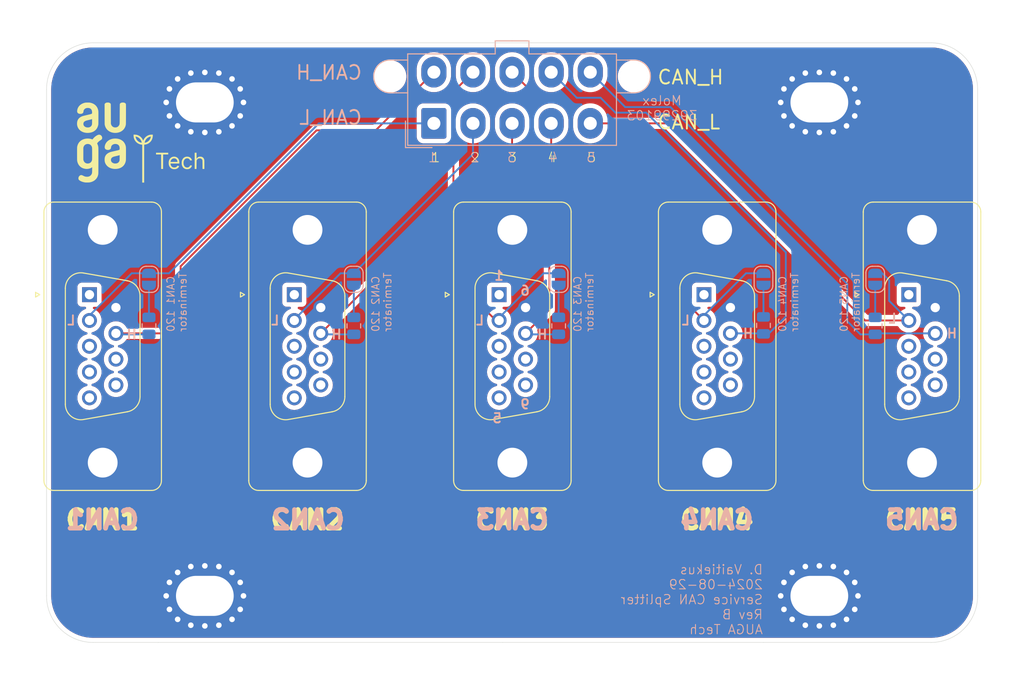
<source format=kicad_pcb>
(kicad_pcb (version 20240108) (generator "pcbnew") (generator_version "8.0")
  (title_block (title "Service CAN splitter x5") (date "2024-08-29") (rev "B") (company "D. Vaitiekus") (comment 1 "AUGA Tech"))
  (layers (0 "F.Cu" signal) (31 "B.Cu" signal) (34 "B.Paste" user) (35 "F.Paste" user) (36 "B.SilkS" user "B.Silkscreen") (37 "F.SilkS" user "F.Silkscreen") (38 "B.Mask" user) (39 "F.Mask" user) (44 "Edge.Cuts" user))
  (net 0 "")
  (net 1 "GND")
  (net 24 "/CAN1+")
  (net 25 "/CAN1-")
  (net 26 "/CAN2-")
  (net 27 "/CAN2+")
  (net 28 "/CAN3-")
  (net 29 "/CAN3+")
  (net 30 "/CAN4-")
  (net 31 "/CAN4+")
  (net 32 "/CAN5+")
  (net 33 "/CAN5-")
  (net 42 "Net-(JP1-B)")
  (net 43 "Net-(JP2-B)")
  (net 44 "Net-(JP3-B)")
  (net 45 "Net-(JP4-B)")
  (net 46 "Net-(JP5-B)")
  (footprint "Connector_Dsub:DSUB-9_Female_Vertical_P2.77x2.84mm_MountingHoles" (layer "F.Cu") (at 113.609669 61.65 90)
    (property "Reference" "J3" (hide yes))
    (property "Value" "CAN3")
    (pad "0" thru_hole circle (at -18.04 1.42 90) (size 4 4) (drill 3.2) (layers "*.Cu" "*.Mask") (net 1 "GND"))
    (pad "0" thru_hole circle (at 6.96 1.42 90) (size 4 4) (drill 3.2) (layers "*.Cu" "*.Mask") (net 1 "GND"))
    (pad "1" thru_hole rect (at 0 0 90) (size 1.6 1.6) (drill 1) (layers "*.Cu" "*.Mask"))
    (pad "2" thru_hole circle (at -2.77 0 90) (size 1.6 1.6) (drill 1) (layers "*.Cu" "*.Mask") (net 28 "/CAN3-"))
    (pad "3" thru_hole circle (at -5.54 0 90) (size 1.6 1.6) (drill 1) (layers "*.Cu" "*.Mask"))
    (pad "4" thru_hole circle (at -8.31 0 90) (size 1.6 1.6) (drill 1) (layers "*.Cu" "*.Mask"))
    (pad "5" thru_hole circle (at -11.08 0 90) (size 1.6 1.6) (drill 1) (layers "*.Cu" "*.Mask"))
    (pad "6" thru_hole circle (at -1.385 2.84 90) (size 1.6 1.6) (drill 1) (layers "*.Cu" "*.Mask") (net 1 "GND"))
    (pad "7" thru_hole circle (at -4.155 2.84 90) (size 1.6 1.6) (drill 1) (layers "*.Cu" "*.Mask") (net 29 "/CAN3+"))
    (pad "8" thru_hole circle (at -6.925 2.84 90) (size 1.6 1.6) (drill 1) (layers "*.Cu" "*.Mask"))
    (pad "9" thru_hole circle (at -9.695 2.84 90) (size 1.6 1.6) (drill 1) (layers "*.Cu" "*.Mask"))
  )
  (footprint "MountingHole:MountingHole_4.3x6.2mm_M4_Pad_Via" (layer "F.Cu") (at 148 41)
    (property "Reference" "H3" (hide yes))
    (property "Value" "M4	")
    (pad "1" thru_hole circle (at -4.15 0) (size 0.9 0.9) (drill 0.6) (layers "*.Cu" "*.Mask") (net 1 "GND"))
    (pad "1" thru_hole circle (at -3.801 -1.45) (size 0.9 0.9) (drill 0.6) (layers "*.Cu" "*.Mask") (net 1 "GND"))
    (pad "1" thru_hole circle (at -3.801 1.45) (size 0.9 0.9) (drill 0.6) (layers "*.Cu" "*.Mask") (net 1 "GND"))
    (pad "1" thru_hole circle (at -2.92 -2.521) (size 0.9 0.9) (drill 0.6) (layers "*.Cu" "*.Mask") (net 1 "GND"))
    (pad "1" thru_hole circle (at -2.92 2.521) (size 0.9 0.9) (drill 0.6) (layers "*.Cu" "*.Mask") (net 1 "GND"))
    (pad "1" thru_hole circle (at -1.505 -3.151) (size 0.9 0.9) (drill 0.6) (layers "*.Cu" "*.Mask") (net 1 "GND"))
    (pad "1" thru_hole circle (at -1.505 3.151) (size 0.9 0.9) (drill 0.6) (layers "*.Cu" "*.Mask") (net 1 "GND"))
    (pad "1" thru_hole circle (at 0 -3.225) (size 0.9 0.9) (drill 0.6) (layers "*.Cu" "*.Mask") (net 1 "GND"))
    (pad "1" thru_hole oval (at 0 0) (size 10.4 8.6) (drill oval 6.2 4.3) (layers "*.Cu" "*.Mask") (net 1 "GND"))
    (pad "1" thru_hole circle (at 0 3.225) (size 0.9 0.9) (drill 0.6) (layers "*.Cu" "*.Mask") (net 1 "GND"))
    (pad "1" thru_hole circle (at 1.505 -3.151) (size 0.9 0.9) (drill 0.6) (layers "*.Cu" "*.Mask") (net 1 "GND"))
    (pad "1" thru_hole circle (at 1.505 3.151) (size 0.9 0.9) (drill 0.6) (layers "*.Cu" "*.Mask") (net 1 "GND"))
    (pad "1" thru_hole circle (at 2.92 -2.521) (size 0.9 0.9) (drill 0.6) (layers "*.Cu" "*.Mask") (net 1 "GND"))
    (pad "1" thru_hole circle (at 2.92 2.521) (size 0.9 0.9) (drill 0.6) (layers "*.Cu" "*.Mask") (net 1 "GND"))
    (pad "1" thru_hole circle (at 3.801 -1.45) (size 0.9 0.9) (drill 0.6) (layers "*.Cu" "*.Mask") (net 1 "GND"))
    (pad "1" thru_hole circle (at 3.801 1.45) (size 0.9 0.9) (drill 0.6) (layers "*.Cu" "*.Mask") (net 1 "GND"))
    (pad "1" thru_hole circle (at 4.15 0) (size 0.9 0.9) (drill 0.6) (layers "*.Cu" "*.Mask") (net 1 "GND"))
  )
  (footprint "Connector_Dsub:DSUB-9_Female_Vertical_P2.77x2.84mm_MountingHoles" (layer "F.Cu") (at 69.609669 61.65 90)
    (property "Reference" "J1" (hide yes))
    (property "Value" "CAN1")
    (pad "0" thru_hole circle (at -18.04 1.42 90) (size 4 4) (drill 3.2) (layers "*.Cu" "*.Mask") (net 1 "GND"))
    (pad "0" thru_hole circle (at 6.96 1.42 90) (size 4 4) (drill 3.2) (layers "*.Cu" "*.Mask") (net 1 "GND"))
    (pad "1" thru_hole rect (at 0 0 90) (size 1.6 1.6) (drill 1) (layers "*.Cu" "*.Mask"))
    (pad "2" thru_hole circle (at -2.77 0 90) (size 1.6 1.6) (drill 1) (layers "*.Cu" "*.Mask") (net 25 "/CAN1-"))
    (pad "3" thru_hole circle (at -5.54 0 90) (size 1.6 1.6) (drill 1) (layers "*.Cu" "*.Mask"))
    (pad "4" thru_hole circle (at -8.31 0 90) (size 1.6 1.6) (drill 1) (layers "*.Cu" "*.Mask"))
    (pad "5" thru_hole circle (at -11.08 0 90) (size 1.6 1.6) (drill 1) (layers "*.Cu" "*.Mask"))
    (pad "6" thru_hole circle (at -1.385 2.84 90) (size 1.6 1.6) (drill 1) (layers "*.Cu" "*.Mask") (net 1 "GND"))
    (pad "7" thru_hole circle (at -4.155 2.84 90) (size 1.6 1.6) (drill 1) (layers "*.Cu" "*.Mask") (net 24 "/CAN1+"))
    (pad "8" thru_hole circle (at -6.925 2.84 90) (size 1.6 1.6) (drill 1) (layers "*.Cu" "*.Mask"))
    (pad "9" thru_hole circle (at -9.695 2.84 90) (size 1.6 1.6) (drill 1) (layers "*.Cu" "*.Mask"))
  )
  (footprint "MountingHole:MountingHole_4.3x6.2mm_M4_Pad_Via" (layer "F.Cu") (at 82 41)
    (property "Reference" "H2" (hide yes))
    (property "Value" "M4	")
    (pad "1" thru_hole circle (at -4.15 0) (size 0.9 0.9) (drill 0.6) (layers "*.Cu" "*.Mask") (net 1 "GND"))
    (pad "1" thru_hole circle (at -3.801 -1.45) (size 0.9 0.9) (drill 0.6) (layers "*.Cu" "*.Mask") (net 1 "GND"))
    (pad "1" thru_hole circle (at -3.801 1.45) (size 0.9 0.9) (drill 0.6) (layers "*.Cu" "*.Mask") (net 1 "GND"))
    (pad "1" thru_hole circle (at -2.92 -2.521) (size 0.9 0.9) (drill 0.6) (layers "*.Cu" "*.Mask") (net 1 "GND"))
    (pad "1" thru_hole circle (at -2.92 2.521) (size 0.9 0.9) (drill 0.6) (layers "*.Cu" "*.Mask") (net 1 "GND"))
    (pad "1" thru_hole circle (at -1.505 -3.151) (size 0.9 0.9) (drill 0.6) (layers "*.Cu" "*.Mask") (net 1 "GND"))
    (pad "1" thru_hole circle (at -1.505 3.151) (size 0.9 0.9) (drill 0.6) (layers "*.Cu" "*.Mask") (net 1 "GND"))
    (pad "1" thru_hole circle (at 0 -3.225) (size 0.9 0.9) (drill 0.6) (layers "*.Cu" "*.Mask") (net 1 "GND"))
    (pad "1" thru_hole oval (at 0 0) (size 10.4 8.6) (drill oval 6.2 4.3) (layers "*.Cu" "*.Mask") (net 1 "GND"))
    (pad "1" thru_hole circle (at 0 3.225) (size 0.9 0.9) (drill 0.6) (layers "*.Cu" "*.Mask") (net 1 "GND"))
    (pad "1" thru_hole circle (at 1.505 -3.151) (size 0.9 0.9) (drill 0.6) (layers "*.Cu" "*.Mask") (net 1 "GND"))
    (pad "1" thru_hole circle (at 1.505 3.151) (size 0.9 0.9) (drill 0.6) (layers "*.Cu" "*.Mask") (net 1 "GND"))
    (pad "1" thru_hole circle (at 2.92 -2.521) (size 0.9 0.9) (drill 0.6) (layers "*.Cu" "*.Mask") (net 1 "GND"))
    (pad "1" thru_hole circle (at 2.92 2.521) (size 0.9 0.9) (drill 0.6) (layers "*.Cu" "*.Mask") (net 1 "GND"))
    (pad "1" thru_hole circle (at 3.801 -1.45) (size 0.9 0.9) (drill 0.6) (layers "*.Cu" "*.Mask") (net 1 "GND"))
    (pad "1" thru_hole circle (at 3.801 1.45) (size 0.9 0.9) (drill 0.6) (layers "*.Cu" "*.Mask") (net 1 "GND"))
    (pad "1" thru_hole circle (at 4.15 0) (size 0.9 0.9) (drill 0.6) (layers "*.Cu" "*.Mask") (net 1 "GND"))
  )
  (footprint "0_user_lib:AUGA-Tech-LOGO_12x15" (layer "F.Cu") (at 75.1 45.3)
    (property "Reference" "G1" (hide yes))
    (property "Value" "AUGA-Tech-LOGO" (hide yes))
  )
  (footprint "Connector_Dsub:DSUB-9_Female_Vertical_P2.77x2.84mm_MountingHoles" (layer "F.Cu") (at 135.609669 61.65 90)
    (property "Reference" "J4" (hide yes))
    (property "Value" "CAN4")
    (pad "0" thru_hole circle (at -18.04 1.42 90) (size 4 4) (drill 3.2) (layers "*.Cu" "*.Mask") (net 1 "GND"))
    (pad "0" thru_hole circle (at 6.96 1.42 90) (size 4 4) (drill 3.2) (layers "*.Cu" "*.Mask") (net 1 "GND"))
    (pad "1" thru_hole rect (at 0 0 90) (size 1.6 1.6) (drill 1) (layers "*.Cu" "*.Mask"))
    (pad "2" thru_hole circle (at -2.77 0 90) (size 1.6 1.6) (drill 1) (layers "*.Cu" "*.Mask") (net 30 "/CAN4-"))
    (pad "3" thru_hole circle (at -5.54 0 90) (size 1.6 1.6) (drill 1) (layers "*.Cu" "*.Mask"))
    (pad "4" thru_hole circle (at -8.31 0 90) (size 1.6 1.6) (drill 1) (layers "*.Cu" "*.Mask"))
    (pad "5" thru_hole circle (at -11.08 0 90) (size 1.6 1.6) (drill 1) (layers "*.Cu" "*.Mask"))
    (pad "6" thru_hole circle (at -1.385 2.84 90) (size 1.6 1.6) (drill 1) (layers "*.Cu" "*.Mask") (net 1 "GND"))
    (pad "7" thru_hole circle (at -4.155 2.84 90) (size 1.6 1.6) (drill 1) (layers "*.Cu" "*.Mask") (net 31 "/CAN4+"))
    (pad "8" thru_hole circle (at -6.925 2.84 90) (size 1.6 1.6) (drill 1) (layers "*.Cu" "*.Mask"))
    (pad "9" thru_hole circle (at -9.695 2.84 90) (size 1.6 1.6) (drill 1) (layers "*.Cu" "*.Mask"))
  )
  (footprint "MountingHole:MountingHole_4.3x6.2mm_M4_Pad_Via" (layer "F.Cu") (at 148 94)
    (property "Reference" "H4" (hide yes))
    (property "Value" "M4	")
    (pad "1" thru_hole circle (at -4.15 0) (size 0.9 0.9) (drill 0.6) (layers "*.Cu" "*.Mask") (net 1 "GND"))
    (pad "1" thru_hole circle (at -3.801 -1.45) (size 0.9 0.9) (drill 0.6) (layers "*.Cu" "*.Mask") (net 1 "GND"))
    (pad "1" thru_hole circle (at -3.801 1.45) (size 0.9 0.9) (drill 0.6) (layers "*.Cu" "*.Mask") (net 1 "GND"))
    (pad "1" thru_hole circle (at -2.92 -2.521) (size 0.9 0.9) (drill 0.6) (layers "*.Cu" "*.Mask") (net 1 "GND"))
    (pad "1" thru_hole circle (at -2.92 2.521) (size 0.9 0.9) (drill 0.6) (layers "*.Cu" "*.Mask") (net 1 "GND"))
    (pad "1" thru_hole circle (at -1.505 -3.151) (size 0.9 0.9) (drill 0.6) (layers "*.Cu" "*.Mask") (net 1 "GND"))
    (pad "1" thru_hole circle (at -1.505 3.151) (size 0.9 0.9) (drill 0.6) (layers "*.Cu" "*.Mask") (net 1 "GND"))
    (pad "1" thru_hole circle (at 0 -3.225) (size 0.9 0.9) (drill 0.6) (layers "*.Cu" "*.Mask") (net 1 "GND"))
    (pad "1" thru_hole oval (at 0 0) (size 10.4 8.6) (drill oval 6.2 4.3) (layers "*.Cu" "*.Mask") (net 1 "GND"))
    (pad "1" thru_hole circle (at 0 3.225) (size 0.9 0.9) (drill 0.6) (layers "*.Cu" "*.Mask") (net 1 "GND"))
    (pad "1" thru_hole circle (at 1.505 -3.151) (size 0.9 0.9) (drill 0.6) (layers "*.Cu" "*.Mask") (net 1 "GND"))
    (pad "1" thru_hole circle (at 1.505 3.151) (size 0.9 0.9) (drill 0.6) (layers "*.Cu" "*.Mask") (net 1 "GND"))
    (pad "1" thru_hole circle (at 2.92 -2.521) (size 0.9 0.9) (drill 0.6) (layers "*.Cu" "*.Mask") (net 1 "GND"))
    (pad "1" thru_hole circle (at 2.92 2.521) (size 0.9 0.9) (drill 0.6) (layers "*.Cu" "*.Mask") (net 1 "GND"))
    (pad "1" thru_hole circle (at 3.801 -1.45) (size 0.9 0.9) (drill 0.6) (layers "*.Cu" "*.Mask") (net 1 "GND"))
    (pad "1" thru_hole circle (at 3.801 1.45) (size 0.9 0.9) (drill 0.6) (layers "*.Cu" "*.Mask") (net 1 "GND"))
    (pad "1" thru_hole circle (at 4.15 0) (size 0.9 0.9) (drill 0.6) (layers "*.Cu" "*.Mask") (net 1 "GND"))
  )
  (footprint "Connector_Dsub:DSUB-9_Female_Vertical_P2.77x2.84mm_MountingHoles" (layer "F.Cu") (at 157.609669 61.65 90)
    (property "Reference" "J6" (hide yes))
    (property "Value" "CAN5")
    (pad "0" thru_hole circle (at -18.04 1.42 90) (size 4 4) (drill 3.2) (layers "*.Cu" "*.Mask") (net 1 "GND"))
    (pad "0" thru_hole circle (at 6.96 1.42 90) (size 4 4) (drill 3.2) (layers "*.Cu" "*.Mask") (net 1 "GND"))
    (pad "1" thru_hole rect (at 0 0 90) (size 1.6 1.6) (drill 1) (layers "*.Cu" "*.Mask"))
    (pad "2" thru_hole circle (at -2.77 0 90) (size 1.6 1.6) (drill 1) (layers "*.Cu" "*.Mask") (net 33 "/CAN5-"))
    (pad "3" thru_hole circle (at -5.54 0 90) (size 1.6 1.6) (drill 1) (layers "*.Cu" "*.Mask"))
    (pad "4" thru_hole circle (at -8.31 0 90) (size 1.6 1.6) (drill 1) (layers "*.Cu" "*.Mask"))
    (pad "5" thru_hole circle (at -11.08 0 90) (size 1.6 1.6) (drill 1) (layers "*.Cu" "*.Mask"))
    (pad "6" thru_hole circle (at -1.385 2.84 90) (size 1.6 1.6) (drill 1) (layers "*.Cu" "*.Mask") (net 1 "GND"))
    (pad "7" thru_hole circle (at -4.155 2.84 90) (size 1.6 1.6) (drill 1) (layers "*.Cu" "*.Mask") (net 32 "/CAN5+"))
    (pad "8" thru_hole circle (at -6.925 2.84 90) (size 1.6 1.6) (drill 1) (layers "*.Cu" "*.Mask"))
    (pad "9" thru_hole circle (at -9.695 2.84 90) (size 1.6 1.6) (drill 1) (layers "*.Cu" "*.Mask"))
  )
  (footprint "MountingHole:MountingHole_4.3x6.2mm_M4_Pad_Via" (layer "F.Cu") (at 82 94)
    (property "Reference" "H1" (hide yes))
    (property "Value" "M4	")
    (pad "1" thru_hole circle (at -4.15 0) (size 0.9 0.9) (drill 0.6) (layers "*.Cu" "*.Mask") (net 1 "GND"))
    (pad "1" thru_hole circle (at -3.801 -1.45) (size 0.9 0.9) (drill 0.6) (layers "*.Cu" "*.Mask") (net 1 "GND"))
    (pad "1" thru_hole circle (at -3.801 1.45) (size 0.9 0.9) (drill 0.6) (layers "*.Cu" "*.Mask") (net 1 "GND"))
    (pad "1" thru_hole circle (at -2.92 -2.521) (size 0.9 0.9) (drill 0.6) (layers "*.Cu" "*.Mask") (net 1 "GND"))
    (pad "1" thru_hole circle (at -2.92 2.521) (size 0.9 0.9) (drill 0.6) (layers "*.Cu" "*.Mask") (net 1 "GND"))
    (pad "1" thru_hole circle (at -1.505 -3.151) (size 0.9 0.9) (drill 0.6) (layers "*.Cu" "*.Mask") (net 1 "GND"))
    (pad "1" thru_hole circle (at -1.505 3.151) (size 0.9 0.9) (drill 0.6) (layers "*.Cu" "*.Mask") (net 1 "GND"))
    (pad "1" thru_hole circle (at 0 -3.225) (size 0.9 0.9) (drill 0.6) (layers "*.Cu" "*.Mask") (net 1 "GND"))
    (pad "1" thru_hole oval (at 0 0) (size 10.4 8.6) (drill oval 6.2 4.3) (layers "*.Cu" "*.Mask") (net 1 "GND"))
    (pad "1" thru_hole circle (at 0 3.225) (size 0.9 0.9) (drill 0.6) (layers "*.Cu" "*.Mask") (net 1 "GND"))
    (pad "1" thru_hole circle (at 1.505 -3.151) (size 0.9 0.9) (drill 0.6) (layers "*.Cu" "*.Mask") (net 1 "GND"))
    (pad "1" thru_hole circle (at 1.505 3.151) (size 0.9 0.9) (drill 0.6) (layers "*.Cu" "*.Mask") (net 1 "GND"))
    (pad "1" thru_hole circle (at 2.92 -2.521) (size 0.9 0.9) (drill 0.6) (layers "*.Cu" "*.Mask") (net 1 "GND"))
    (pad "1" thru_hole circle (at 2.92 2.521) (size 0.9 0.9) (drill 0.6) (layers "*.Cu" "*.Mask") (net 1 "GND"))
    (pad "1" thru_hole circle (at 3.801 -1.45) (size 0.9 0.9) (drill 0.6) (layers "*.Cu" "*.Mask") (net 1 "GND"))
    (pad "1" thru_hole circle (at 3.801 1.45) (size 0.9 0.9) (drill 0.6) (layers "*.Cu" "*.Mask") (net 1 "GND"))
    (pad "1" thru_hole circle (at 4.15 0) (size 0.9 0.9) (drill 0.6) (layers "*.Cu" "*.Mask") (net 1 "GND"))
  )
  (footprint "Connector_Dsub:DSUB-9_Female_Vertical_P2.77x2.84mm_MountingHoles" (layer "F.Cu") (at 91.609669 61.65 90)
    (property "Reference" "J2" (hide yes))
    (property "Value" "CAN2")
    (pad "0" thru_hole circle (at -18.04 1.42 90) (size 4 4) (drill 3.2) (layers "*.Cu" "*.Mask") (net 1 "GND"))
    (pad "0" thru_hole circle (at 6.96 1.42 90) (size 4 4) (drill 3.2) (layers "*.Cu" "*.Mask") (net 1 "GND"))
    (pad "1" thru_hole rect (at 0 0 90) (size 1.6 1.6) (drill 1) (layers "*.Cu" "*.Mask"))
    (pad "2" thru_hole circle (at -2.77 0 90) (size 1.6 1.6) (drill 1) (layers "*.Cu" "*.Mask") (net 26 "/CAN2-"))
    (pad "3" thru_hole circle (at -5.54 0 90) (size 1.6 1.6) (drill 1) (layers "*.Cu" "*.Mask"))
    (pad "4" thru_hole circle (at -8.31 0 90) (size 1.6 1.6) (drill 1) (layers "*.Cu" "*.Mask"))
    (pad "5" thru_hole circle (at -11.08 0 90) (size 1.6 1.6) (drill 1) (layers "*.Cu" "*.Mask"))
    (pad "6" thru_hole circle (at -1.385 2.84 90) (size 1.6 1.6) (drill 1) (layers "*.Cu" "*.Mask") (net 1 "GND"))
    (pad "7" thru_hole circle (at -4.155 2.84 90) (size 1.6 1.6) (drill 1) (layers "*.Cu" "*.Mask") (net 27 "/CAN2+"))
    (pad "8" thru_hole circle (at -6.925 2.84 90) (size 1.6 1.6) (drill 1) (layers "*.Cu" "*.Mask"))
    (pad "9" thru_hole circle (at -9.695 2.84 90) (size 1.6 1.6) (drill 1) (layers "*.Cu" "*.Mask"))
  )
  (footprint "Resistor_SMD:R_0805_2012Metric" (layer "B.Cu") (at 154 65 -90)
    (property "Reference" "R3" (hide yes))
    (property "Value" "120 Ohm")
    (pad "1" smd roundrect (at -0.9125 0 270) (size 1.025 1.4) (layers "B.Cu" "B.Paste" "B.Mask") (roundrect_rratio 0.243902) (net 46 "Net-(JP5-B)"))
    (pad "2" smd roundrect (at 0.9125 0 270) (size 1.025 1.4) (layers "B.Cu" "B.Paste" "B.Mask") (roundrect_rratio 0.243902) (net 32 "/CAN5+"))
  )
  (footprint "Jumper:SolderJumper-2_P1.3mm_Open_RoundedPad1.0x1.5mm" (layer "B.Cu") (at 98 60 -90)
    (property "Reference" "JP2" (hide yes))
    (property "Value" "CAN2_Terminator")
    (pad "1" smd custom (at -0.65 0 270) (size 1 0.5) (layers "B.Cu" "B.Mask") (net 26 "/CAN2-") (options (clearance outline) (anchor rect)) (primitives (gr_circle (center 0 -0.25) (end 0.5 -0.25) (width 0) (fill yes)) (gr_circle (center 0 0.25) (end 0.5 0.25) (width 0) (fill yes)) (gr_poly (pts (xy 0.5 -0.75) (xy 0 -0.75) (xy 0 0.75) (xy 0.5 0.75)) (width 0) (fill yes))))
    (pad "2" smd custom (at 0.65 0 270) (size 1 0.5) (layers "B.Cu" "B.Mask") (net 43 "Net-(JP2-B)") (options (clearance outline) (anchor rect)) (primitives (gr_circle (center 0 -0.25) (end 0.5 -0.25) (width 0) (fill yes)) (gr_circle (center 0 0.25) (end 0.5 0.25) (width 0) (fill yes)) (gr_poly (pts (xy 0 -0.75) (xy -0.5 -0.75) (xy -0.5 0.75) (xy 0 0.75)) (width 0) (fill yes))))
  )
  (footprint "Resistor_SMD:R_0805_2012Metric" (layer "B.Cu") (at 142 64.95 -90)
    (property "Reference" "R1" (hide yes))
    (property "Value" "120 Ohm")
    (pad "1" smd roundrect (at -0.9125 0 270) (size 1.025 1.4) (layers "B.Cu" "B.Paste" "B.Mask") (roundrect_rratio 0.243902) (net 45 "Net-(JP4-B)"))
    (pad "2" smd roundrect (at 0.9125 0 270) (size 1.025 1.4) (layers "B.Cu" "B.Paste" "B.Mask") (roundrect_rratio 0.243902) (net 31 "/CAN4+"))
  )
  (footprint "Resistor_SMD:R_0805_2012Metric" (layer "B.Cu") (at 120 65 -90)
    (property "Reference" "R7" (hide yes))
    (property "Value" "120 Ohm")
    (pad "1" smd roundrect (at -0.9125 0 270) (size 1.025 1.4) (layers "B.Cu" "B.Paste" "B.Mask") (roundrect_rratio 0.243902) (net 44 "Net-(JP3-B)"))
    (pad "2" smd roundrect (at 0.9125 0 270) (size 1.025 1.4) (layers "B.Cu" "B.Paste" "B.Mask") (roundrect_rratio 0.243902) (net 29 "/CAN3+"))
  )
  (footprint "Connector_Molex:Molex_Mini-Fit_Jr_5566-10A2_2x05_P4.20mm_Vertical" (layer "B.Cu") (at 106.6 43.25)
    (property "Reference" "J5" (hide yes))
    (property "Value" "Molex 10pin")
    (pad "" np_thru_hole circle (at -4.7 -5.04) (size 3 3) (drill 3) (layers "*.Cu" "*.Mask"))
    (pad "" np_thru_hole circle (at 21.5 -5.04) (size 3 3) (drill 3) (layers "*.Cu" "*.Mask"))
    (pad "1" thru_hole roundrect (at 0 0) (size 2.7 3.3) (drill 1.4) (layers "*.Cu" "*.Mask") (roundrect_rratio 0.092593) (net 25 "/CAN1-"))
    (pad "2" thru_hole oval (at 4.2 0) (size 2.7 3.3) (drill 1.4) (layers "*.Cu" "*.Mask") (net 26 "/CAN2-"))
    (pad "3" thru_hole oval (at 8.4 0) (size 2.7 3.3) (drill 1.4) (layers "*.Cu" "*.Mask") (net 28 "/CAN3-"))
    (pad "4" thru_hole oval (at 12.6 0) (size 2.7 3.3) (drill 1.4) (layers "*.Cu" "*.Mask") (net 30 "/CAN4-"))
    (pad "5" thru_hole oval (at 16.8 0) (size 2.7 3.3) (drill 1.4) (layers "*.Cu" "*.Mask") (net 33 "/CAN5-"))
    (pad "6" thru_hole oval (at 0 -5.5) (size 2.7 3.3) (drill 1.4) (layers "*.Cu" "*.Mask") (net 24 "/CAN1+"))
    (pad "7" thru_hole oval (at 4.2 -5.5) (size 2.7 3.3) (drill 1.4) (layers "*.Cu" "*.Mask") (net 27 "/CAN2+"))
    (pad "8" thru_hole oval (at 8.4 -5.5) (size 2.7 3.3) (drill 1.4) (layers "*.Cu" "*.Mask") (net 29 "/CAN3+"))
    (pad "9" thru_hole oval (at 12.6 -5.5) (size 2.7 3.3) (drill 1.4) (layers "*.Cu" "*.Mask") (net 31 "/CAN4+"))
    (pad "10" thru_hole oval (at 16.8 -5.5) (size 2.7 3.3) (drill 1.4) (layers "*.Cu" "*.Mask") (net 32 "/CAN5+"))
  )
  (footprint "Jumper:SolderJumper-2_P1.3mm_Open_RoundedPad1.0x1.5mm" (layer "B.Cu") (at 154 60 -90)
    (property "Reference" "JP5" (hide yes))
    (property "Value" "CAN5_Terminator")
    (pad "1" smd custom (at -0.65 0 270) (size 1 0.5) (layers "B.Cu" "B.Mask") (net 33 "/CAN5-") (options (clearance outline) (anchor rect)) (primitives (gr_circle (center 0 -0.25) (end 0.5 -0.25) (width 0) (fill yes)) (gr_circle (center 0 0.25) (end 0.5 0.25) (width 0) (fill yes)) (gr_poly (pts (xy 0.5 -0.75) (xy 0 -0.75) (xy 0 0.75) (xy 0.5 0.75)) (width 0) (fill yes))))
    (pad "2" smd custom (at 0.65 0 270) (size 1 0.5) (layers "B.Cu" "B.Mask") (net 46 "Net-(JP5-B)") (options (clearance outline) (anchor rect)) (primitives (gr_circle (center 0 -0.25) (end 0.5 -0.25) (width 0) (fill yes)) (gr_circle (center 0 0.25) (end 0.5 0.25) (width 0) (fill yes)) (gr_poly (pts (xy 0 -0.75) (xy -0.5 -0.75) (xy -0.5 0.75) (xy 0 0.75)) (width 0) (fill yes))))
  )
  (footprint "Resistor_SMD:R_0805_2012Metric" (layer "B.Cu") (at 98 65 -90)
    (property "Reference" "R6" (hide yes))
    (property "Value" "120 Ohm")
    (pad "1" smd roundrect (at -0.9125 0 270) (size 1.025 1.4) (layers "B.Cu" "B.Paste" "B.Mask") (roundrect_rratio 0.243902) (net 43 "Net-(JP2-B)"))
    (pad "2" smd roundrect (at 0.9125 0 270) (size 1.025 1.4) (layers "B.Cu" "B.Paste" "B.Mask") (roundrect_rratio 0.243902) (net 27 "/CAN2+"))
  )
  (footprint "Resistor_SMD:R_0805_2012Metric" (layer "B.Cu") (at 76 65 -90)
    (property "Reference" "R2" (hide yes))
    (property "Value" "120 Ohm")
    (pad "1" smd roundrect (at -0.9125 0 270) (size 1.025 1.4) (layers "B.Cu" "B.Paste" "B.Mask") (roundrect_rratio 0.243902) (net 42 "Net-(JP1-B)"))
    (pad "2" smd roundrect (at 0.9125 0 270) (size 1.025 1.4) (layers "B.Cu" "B.Paste" "B.Mask") (roundrect_rratio 0.243902) (net 24 "/CAN1+"))
  )
  (footprint "Jumper:SolderJumper-2_P1.3mm_Open_RoundedPad1.0x1.5mm" (layer "B.Cu") (at 142 60 -90)
    (property "Reference" "JP4" (hide yes))
    (property "Value" "CAN4_Terminator")
    (pad "1" smd custom (at -0.65 0 270) (size 1 0.5) (layers "B.Cu" "B.Mask") (net 30 "/CAN4-") (options (clearance outline) (anchor rect)) (primitives (gr_circle (center 0 -0.25) (end 0.5 -0.25) (width 0) (fill yes)) (gr_circle (center 0 0.25) (end 0.5 0.25) (width 0) (fill yes)) (gr_poly (pts (xy 0.5 -0.75) (xy 0 -0.75) (xy 0 0.75) (xy 0.5 0.75)) (width 0) (fill yes))))
    (pad "2" smd custom (at 0.65 0 270) (size 1 0.5) (layers "B.Cu" "B.Mask") (net 45 "Net-(JP4-B)") (options (clearance outline) (anchor rect)) (primitives (gr_circle (center 0 -0.25) (end 0.5 -0.25) (width 0) (fill yes)) (gr_circle (center 0 0.25) (end 0.5 0.25) (width 0) (fill yes)) (gr_poly (pts (xy 0 -0.75) (xy -0.5 -0.75) (xy -0.5 0.75) (xy 0 0.75)) (width 0) (fill yes))))
  )
  (footprint "Jumper:SolderJumper-2_P1.3mm_Open_RoundedPad1.0x1.5mm" (layer "B.Cu") (at 120 60 -90)
    (property "Reference" "JP3" (hide yes))
    (property "Value" "CAN3_Terminator")
    (pad "1" smd custom (at -0.65 0 270) (size 1 0.5) (layers "B.Cu" "B.Mask") (net 28 "/CAN3-") (options (clearance outline) (anchor rect)) (primitives (gr_circle (center 0 -0.25) (end 0.5 -0.25) (width 0) (fill yes)) (gr_circle (center 0 0.25) (end 0.5 0.25) (width 0) (fill yes)) (gr_poly (pts (xy 0.5 -0.75) (xy 0 -0.75) (xy 0 0.75) (xy 0.5 0.75)) (width 0) (fill yes))))
    (pad "2" smd custom (at 0.65 0 270) (size 1 0.5) (layers "B.Cu" "B.Mask") (net 44 "Net-(JP3-B)") (options (clearance outline) (anchor rect)) (primitives (gr_circle (center 0 -0.25) (end 0.5 -0.25) (width 0) (fill yes)) (gr_circle (center 0 0.25) (end 0.5 0.25) (width 0) (fill yes)) (gr_poly (pts (xy 0 -0.75) (xy -0.5 -0.75) (xy -0.5 0.75) (xy 0 0.75)) (width 0) (fill yes))))
  )
  (footprint "Jumper:SolderJumper-2_P1.3mm_Open_RoundedPad1.0x1.5mm" (layer "B.Cu") (at 76 60 -90)
    (property "Reference" "JP1" (hide yes))
    (property "Value" "CAN1_Terminator")
    (pad "1" smd custom (at -0.65 0 270) (size 1 0.5) (layers "B.Cu" "B.Mask") (net 25 "/CAN1-") (options (clearance outline) (anchor rect)) (primitives (gr_circle (center 0 -0.25) (end 0.5 -0.25) (width 0) (fill yes)) (gr_circle (center 0 0.25) (end 0.5 0.25) (width 0) (fill yes)) (gr_poly (pts (xy 0.5 -0.75) (xy 0 -0.75) (xy 0 0.75) (xy 0.5 0.75)) (width 0) (fill yes))))
    (pad "2" smd custom (at 0.65 0 270) (size 1 0.5) (layers "B.Cu" "B.Mask") (net 42 "Net-(JP1-B)") (options (clearance outline) (anchor rect)) (primitives (gr_circle (center 0 -0.25) (end 0.5 -0.25) (width 0) (fill yes)) (gr_circle (center 0 0.25) (end 0.5 0.25) (width 0) (fill yes)) (gr_poly (pts (xy 0 -0.75) (xy -0.5 -0.75) (xy -0.5 0.75) (xy 0 0.75)) (width 0) (fill yes))))
  )
  (gr_line (start 65 94) (end 65 39.6) (stroke (width 0.05)) (layer "Edge.Cuts"))
  (gr_line (start 160 99) (end 142 99) (stroke (width 0.05)) (layer "Edge.Cuts"))
  (gr_arc (start 160 34.6) (mid 163.535534 36.064466) (end 165 39.6) (stroke (width 0.05)) (layer "Edge.Cuts"))
  (gr_line (start 165 39.6) (end 165 94) (stroke (width 0.05)) (layer "Edge.Cuts"))
  (gr_line (start 77 99) (end 70 99) (stroke (width 0.05)) (layer "Edge.Cuts"))
  (gr_line (start 114 99) (end 77 99) (stroke (width 0.05)) (layer "Edge.Cuts"))
  (gr_line (start 114 99) (end 142 99) (stroke (width 0.05)) (layer "Edge.Cuts"))
  (gr_line (start 70 34.6) (end 160 34.6) (stroke (width 0.05)) (layer "Edge.Cuts"))
  (gr_arc (start 65 39.6) (mid 66.464466 36.064466) (end 70 34.6) (stroke (width 0.05)) (layer "Edge.Cuts"))
  (gr_arc (start 70 99) (mid 66.464466 97.535534) (end 65 94) (stroke (width 0.05)) (layer "Edge.Cuts"))
  (gr_arc (start 165 94) (mid 163.535534 97.535534) (end 160 99) (stroke (width 0.05)) (layer "Edge.Cuts"))
  (gr_text "CAN2 120\nTerminator" (at 102.1 65.7 90) (layer "B.SilkS") (effects (font (size 0.8 0.8) (thickness 0.1)) (justify right bottom mirror)))
  (gr_text "CAN3" (at 115 87 -0) (layer "B.SilkS") (effects (font (size 2 2) (thickness 0.5) (bold yes)) (justify bottom mirror)))
  (gr_text "L" (at 156.4 64.8 0) (layer "B.SilkS") (effects (font (size 1 1) (thickness 0.2) (bold yes)) (justify left bottom mirror)))
  (gr_text "Molex\n39299103" (at 131.1 43 -0) (layer "B.SilkS") (effects (font (size 1 1) (thickness 0.1)) (justify bottom mirror)))
  (gr_text "CAN_H\n\nCAN_L" (at 99 43.5 0) (layer "B.SilkS") (effects (font (size 1.5 1.5) (thickness 0.2)) (justify left bottom mirror)))
  (gr_text "2" (at 111.5 47.5 0) (layer "B.SilkS") (effects (font (size 1 1) (thickness 0.1)) (justify left bottom mirror)))
  (gr_text "CAN5 120\nTerminator" (at 152.4 65.7 90) (layer "B.SilkS") (effects (font (size 0.8 0.8) (thickness 0.1)) (justify right bottom mirror)))
  (gr_text "D. Vaitiekus\n2024-08-29\nService CAN Splitter\nRev B\nAUGA Tech" (at 142 98.2 0) (layer "B.SilkS") (effects (font (size 1 1) (thickness 0.1)) (justify left bottom mirror)))
  (gr_text "9" (at 117 74 0) (layer "B.SilkS") (effects (font (size 1 1) (thickness 0.2) (bold yes)) (justify left bottom mirror)))
  (gr_text "H" (at 96.8 66.5 0) (layer "B.SilkS") (effects (font (size 1 1) (thickness 0.2) (bold yes)) (justify left bottom mirror)))
  (gr_text "L" (at 90.1 65 0) (layer "B.SilkS") (effects (font (size 1 1) (thickness 0.2) (bold yes)) (justify left bottom mirror)))
  (gr_text "H" (at 118.9 66.5 0) (layer "B.SilkS") (effects (font (size 1 1) (thickness 0.2) (bold yes)) (justify left bottom mirror)))
  (gr_text "L" (at 134.2 65 0) (layer "B.SilkS") (effects (font (size 1 1) (thickness 0.2) (bold yes)) (justify left bottom mirror)))
  (gr_text "CAN4 120\nTerminator" (at 145.8 65.7 90) (layer "B.SilkS") (effects (font (size 0.8 0.8) (thickness 0.1)) (justify right bottom mirror)))
  (gr_text "3" (at 115.5 47.5 0) (layer "B.SilkS") (effects (font (size 1 1) (thickness 0.1)) (justify left bottom mirror)))
  (gr_text "H" (at 141 66.4 0) (layer "B.SilkS") (effects (font (size 1 1) (thickness 0.2) (bold yes)) (justify left bottom mirror)))
  (gr_text "6" (at 117 61.8 0) (layer "B.SilkS") (effects (font (size 1 1) (thickness 0.2) (bold yes)) (justify left bottom mirror)))
  (gr_text "CAN1" (at 71 87 -0) (layer "B.SilkS") (effects (font (size 2 2) (thickness 0.5) (bold yes)) (justify bottom mirror)))
  (gr_text "L" (at 112.1 65 0) (layer "B.SilkS") (effects (font (size 1 1) (thickness 0.2) (bold yes)) (justify left bottom mirror)))
  (gr_text "CAN5" (at 159 87 -0) (layer "B.SilkS") (effects (font (size 2 2) (thickness 0.5) (bold yes)) (justify bottom mirror)))
  (gr_text "1" (at 107 47.5 0) (layer "B.SilkS") (effects (font (size 1 1) (thickness 0.1)) (justify left bottom mirror)))
  (gr_text "H" (at 74.8 66.5 0) (layer "B.SilkS") (effects (font (size 1 1) (thickness 0.2) (bold yes)) (justify left bottom mirror)))
  (gr_text "4" (at 120 47.5 0) (layer "B.SilkS") (effects (font (size 1 1) (thickness 0.1)) (justify left bottom mirror)))
  (gr_text "H" (at 162.9 66.4 0) (layer "B.SilkS") (effects (font (size 1 1) (thickness 0.2) (bold yes)) (justify left bottom mirror)))
  (gr_text "CAN2" (at 93.1 87 -0) (layer "B.SilkS") (effects (font (size 2 2) (thickness 0.5) (bold yes)) (justify bottom mirror)))
  (gr_text "CAN4" (at 137 87 -0) (layer "B.SilkS") (effects (font (size 2 2) (thickness 0.5) (bold yes)) (justify bottom mirror)))
  (gr_text "CAN1 120\nTerminator" (at 80.1 65.7 90) (layer "B.SilkS") (effects (font (size 0.8 0.8) (thickness 0.1)) (justify right bottom mirror)))
  (gr_text "1" (at 114.2 60.2 0) (layer "B.SilkS") (effects (font (size 1 1) (thickness 0.2) (bold yes)) (justify left bottom mirror)))
  (gr_text "CAN3 120\nTerminator" (at 123.8 65.7 90) (layer "B.SilkS") (effects (font (size 0.8 0.8) (thickness 0.1)) (justify right bottom mirror)))
  (gr_text "5" (at 114 75.5 0) (layer "B.SilkS") (effects (font (size 1 1) (thickness 0.2) (bold yes)) (justify left bottom mirror)))
  (gr_text "5" (at 124 47.5 0) (layer "B.SilkS") (effects (font (size 1 1) (thickness 0.1)) (justify left bottom mirror)))
  (gr_text "L" (at 68.2 65 0) (layer "B.SilkS") (effects (font (size 1 1) (thickness 0.2) (bold yes)) (justify left bottom mirror)))
  (gr_text "CAN5" (at 159 87 0) (layer "F.SilkS") (effects (font (size 2 2) (thickness 0.5) (bold yes)) (justify bottom)))
  (gr_text "2" (at 110.5 47.5 0) (layer "F.SilkS") (effects (font (size 1 1) (thickness 0.1)) (justify left bottom)))
  (gr_text "5" (at 123 47.5 0) (layer "F.SilkS") (effects (font (size 1 1) (thickness 0.1)) (justify left bottom)))
  (gr_text "CAN3" (at 115 87 0) (layer "F.SilkS") (effects (font (size 2 2) (thickness 0.5) (bold yes)) (justify bottom)))
  (gr_text "1" (at 106.25 47.5 0) (layer "F.SilkS") (effects (font (size 1 1) (thickness 0.1)) (justify left bottom)))
  (gr_text "CAN4" (at 137 87 0) (layer "F.SilkS") (effects (font (size 2 2) (thickness 0.5) (bold yes)) (justify bottom)))
  (gr_text "4" (at 118.75 47.5 0) (layer "F.SilkS") (effects (font (size 1 1) (thickness 0.1)) (justify left bottom)))
  (gr_text "3" (at 114.5 47.5 0) (layer "F.SilkS") (effects (font (size 1 1) (thickness 0.1)) (justify left bottom)))
  (gr_text "CAN2" (at 93 87 0) (layer "F.SilkS") (effects (font (size 2 2) (thickness 0.5) (bold yes)) (justify bottom)))
  (gr_text "CAN_H\n\nCAN_L" (at 130.5 44 0) (layer "F.SilkS") (effects (font (size 1.5 1.5) (thickness 0.2)) (justify left bottom)))
  (gr_text "CAN1" (at 71 87 0) (layer "F.SilkS") (effects (font (size 2 2) (thickness 0.5) (bold yes)) (justify bottom)))
  (segment (start 72.449669 65.805) (end 77.295 65.805) (width 0.2) (layer "F.Cu") (net 24))
  (segment (start 77.295 65.805) (end 79.4 63.7) (width 0.2) (layer "F.Cu") (net 24))
  (segment (start 100.35 44) (end 106.6 37.75) (width 0.2) (layer "F.Cu") (net 24))
  (segment (start 79.4 63.7) (end 79.4 58.6) (width 0.2) (layer "F.Cu") (net 24))
  (segment (start 94 44) (end 100.35 44) (width 0.2) (layer "F.Cu") (net 24))
  (segment (start 79.4 58.6) (end 94 44) (width 0.2) (layer "F.Cu") (net 24))
  (segment (start 72.557169 65.9125) (end 72.449669 65.805) (width 0.2) (layer "B.Cu") (net 24))
  (segment (start 76 65.9125) (end 72.557169 65.9125) (width 0.2) (layer "B.Cu") (net 24))
  (segment (start 69.609669 64.42) (end 69.609669 63.890331) (width 0.2) (layer "B.Cu") (net 25))
  (segment (start 74.15 59.35) (end 76 59.35) (width 0.2) (layer "B.Cu") (net 25))
  (segment (start 78.15 59.35) (end 94.25 43.25) (width 0.2) (layer "B.Cu") (net 25))
  (segment (start 76 59.35) (end 78.15 59.35) (width 0.2) (layer "B.Cu") (net 25))
  (segment (start 94.25 43.25) (end 106.6 43.25) (width 0.2) (layer "B.Cu") (net 25))
  (segment (start 69.609669 63.890331) (end 74.15 59.35) (width 0.2) (layer "B.Cu") (net 25))
  (segment (start 98 59.35) (end 110.8 46.55) (width 0.2) (layer "B.Cu") (net 26))
  (segment (start 110.8 46.55) (end 110.8 43.25) (width 0.2) (layer "B.Cu") (net 26))
  (segment (start 98 59.35) (end 96.579034 59.35) (width 0.2) (layer "B.Cu") (net 26))
  (segment (start 91.609669 64.319365) (end 91.609669 64.42) (width 0.2) (layer "B.Cu") (net 26))
  (segment (start 96.579034 59.35) (end 91.609669 64.319365) (width 0.2) (layer "B.Cu") (net 26))
  (segment (start 94.449669 65.805) (end 108.7 51.554669) (width 0.2) (layer "F.Cu") (net 27))
  (segment (start 108.7 39.85) (end 110.8 37.75) (width 0.2) (layer "F.Cu") (net 27))
  (segment (start 108.7 51.554669) (end 108.7 39.85) (width 0.2) (layer "F.Cu") (net 27))
  (segment (start 94.557169 65.9125) (end 94.449669 65.805) (width 0.2) (layer "B.Cu") (net 27))
  (segment (start 98 65.9125) (end 94.557169 65.9125) (width 0.2) (layer "B.Cu") (net 27))
  (segment (start 113.609669 64.42) (end 113.264834 64.42) (width 0.2) (layer "F.Cu") (net 28))
  (segment (start 111.5 62.655166) (end 111.5 54) (width 0.2) (layer "F.Cu") (net 28))
  (segment (start 111.5 54) (end 115 50.5) (width 0.2) (layer "F.Cu") (net 28))
  (segment (start 115 50.5) (end 115 43.25) (width 0.2) (layer "F.Cu") (net 28))
  (segment (start 113.264834 64.42) (end 111.5 62.655166) (width 0.2) (layer "F.Cu") (net 28))
  (segment (start 118.379835 59.35) (end 113.609669 64.120166) (width 0.2) (layer "B.Cu") (net 28))
  (segment (start 120 59.35) (end 118.379835 59.35) (width 0.2) (layer "B.Cu") (net 28))
  (segment (start 113.609669 64.120166) (end 113.609669 64.42) (width 0.2) (layer "B.Cu") (net 28))
  (segment (start 117.1 39.85) (end 117.1 51.1) (width 0.2) (layer "F.Cu") (net 29))
  (segment (start 117.1 51.1) (end 119 53) (width 0.2) (layer "F.Cu") (net 29))
  (segment (start 119 53) (end 119 63.254669) (width 0.2) (layer "F.Cu") (net 29))
  (segment (start 115 37.75) (end 117.1 39.85) (width 0.2) (layer "F.Cu") (net 29))
  (segment (start 119 63.254669) (end 116.449669 65.805) (width 0.2) (layer "F.Cu") (net 29))
  (segment (start 116.557169 65.9125) (end 116.449669 65.805) (width 0.2) (layer "B.Cu") (net 29))
  (segment (start 120 65.9125) (end 116.557169 65.9125) (width 0.2) (layer "B.Cu") (net 29))
  (segment (start 135.609669 64.42) (end 119.2 48.010331) (width 0.2) (layer "F.Cu") (net 30))
  (segment (start 119.2 48.010331) (end 119.2 43.25) (width 0.2) (layer "F.Cu") (net 30))
  (segment (start 142 59.35) (end 140.129834 59.35) (width 0.2) (layer "B.Cu") (net 30))
  (segment (start 135.609669 63.870165) (end 135.609669 64.42) (width 0.2) (layer "B.Cu") (net 30))
  (segment (start 140.129834 59.35) (end 135.609669 63.870165) (width 0.2) (layer "B.Cu") (net 30))
  (segment (start 121.95 40.5) (end 119.2 37.75) (width 0.2) (layer "B.Cu") (net 31))
  (segment (start 144.4 57.1) (end 129.4 42.1) (width 0.2) (layer "B.Cu") (net 31))
  (segment (start 142 65.8625) (end 142.5375 65.8625) (width 0.2) (layer "B.Cu") (net 31))
  (segment (start 124.5 40.5) (end 121.95 40.5) (width 0.2) (layer "B.Cu") (net 31))
  (segment (start 142.5375 65.8625) (end 144.4 64) (width 0.2) (layer "B.Cu") (net 31))
  (segment (start 144.4 64) (end 144.4 57.1) (width 0.2) (layer "B.Cu") (net 31))
  (segment (start 141.9425 65.805) (end 142 65.8625) (width 0.2) (layer "B.Cu") (net 31))
  (segment (start 138.449669 65.805) (end 141.9425 65.805) (width 0.2) (layer "B.Cu") (net 31))
  (segment (start 126.1 42.1) (end 124.5 40.5) (width 0.2) (layer "B.Cu") (net 31))
  (segment (start 129.4 42.1) (end 126.1 42.1) (width 0.2) (layer "B.Cu") (net 31))
  (segment (start 154 65.9125) (end 152.4125 65.9125) (width 0.2) (layer "B.Cu") (net 32))
  (segment (start 151 64.5) (end 151 60.5) (width 0.2) (layer "B.Cu") (net 32))
  (segment (start 127.15 41.5) (end 123.4 37.75) (width 0.2) (layer "B.Cu") (net 32))
  (segment (start 160.449669 65.805) (end 154.1075 65.805) (width 0.2) (layer "B.Cu") (net 32))
  (segment (start 132 41.5) (end 127.15 41.5) (width 0.2) (layer "B.Cu") (net 32))
  (segment (start 151 60.5) (end 132 41.5) (width 0.2) (layer "B.Cu") (net 32))
  (segment (start 152.4125 65.9125) (end 151 64.5) (width 0.2) (layer "B.Cu") (net 32))
  (segment (start 154.1075 65.805) (end 154 65.9125) (width 0.2) (layer "B.Cu") (net 32))
  (segment (start 131.75 43.25) (end 152.92 64.42) (width 0.2) (layer "F.Cu") (net 33))
  (segment (start 152.92 64.42) (end 157.609669 64.42) (width 0.2) (layer "F.Cu") (net 33))
  (segment (start 123.4 43.25) (end 131.75 43.25) (width 0.2) (layer "F.Cu") (net 33))
  (segment (start 154.755 59.35) (end 154 59.35) (width 0.2) (layer "B.Cu") (net 33))
  (segment (start 155.5 60.095) (end 154.755 59.35) (width 0.2) (layer "B.Cu") (net 33))
  (segment (start 157.609669 64.42) (end 155.5 62.310331) (width 0.2) (layer "B.Cu") (net 33))
  (segment (start 155.5 62.310331) (end 155.5 60.095) (width 0.2) (layer "B.Cu") (net 33))
  (segment (start 76 64.0875) (end 76 60.65) (width 0.2) (layer "B.Cu") (net 42))
  (segment (start 98 64.0875) (end 98 60.65) (width 0.2) (layer "B.Cu") (net 43))
  (segment (start 120 64.0875) (end 120 60.65) (width 0.2) (layer "B.Cu") (net 44))
  (segment (start 142 64.0375) (end 142 60.65) (width 0.2) (layer "B.Cu") (net 45))
  (segment (start 154 60.65) (end 154 64.0875) (width 0.2) (layer "B.Cu") (net 46))
  (zone (net 1) (net_name "GND") (layers "F&B.Cu") (priority 1) (connect_pads yes (clearance 0.5)) (min_thickness 0.25) (fill yes (thermal_gap 0.5) (thermal_bridge_width 0.5))
    (polygon (pts (xy 60 30) (xy 60 103.5) (xy 170 103.5) (xy 170 30)))
  )
)
</source>
